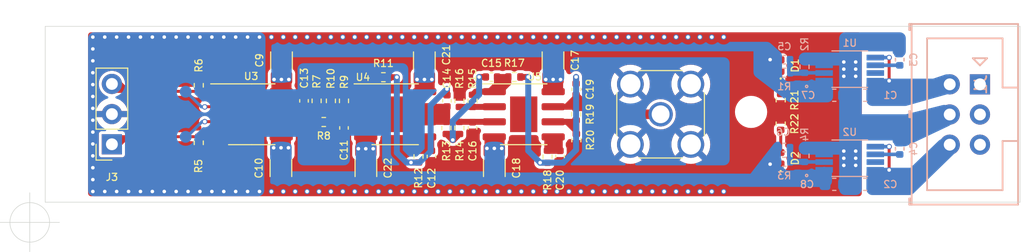
<source format=kicad_pcb>
(kicad_pcb (version 20211014) (generator pcbnew)
  (layers (0 "F.Cu" signal) (1 "In1.Cu" signal) (2 "In2.Cu" signal) (31 "B.Cu" signal) (34 "B.Paste" user) (35 "F.Paste" user) (36 "B.SilkS" user "B.Silkscreen") (37 "F.SilkS" user "F.Silkscreen") (38 "B.Mask" user) (39 "F.Mask" user) (44 "Edge.Cuts" user))
  (net 0 "")
  (net 1 "GND")
  (net 2 "+18V")
  (net 3 "-18V")
  (net 4 "Net-(C3-Pad1)")
  (net 5 "Net-(C4-Pad1)")
  (net 6 "Net-(C5-Pad2)")
  (net 7 "AVCC")
  (net 8 "Net-(C6-Pad2)")
  (net 9 "AVEE")
  (net 10 "Signal+")
  (net 11 "Signal-")
  (net 12 "SubSignal")
  (net 13 "OutSignal")
  (net 14 "Net-(C11-Pad1)")
  (net 15 "Net-(C12-Pad1)")
  (net 16 "Net-(C14-Pad2)")
  (net 17 "Net-(C14-Pad1)")
  (net 18 "Net-(C15-Pad2)")
  (net 19 "Net-(C15-Pad1)")
  (net 20 "Net-(C16-Pad1)")
  (net 21 "Net-(C19-Pad1)")
  (net 22 "Net-(C20-Pad1)")
  (net 23 "Net-(R10-Pad1)")
  (net 24 "Net-(R11-Pad1)")
  (net 25 "Net-(R15-Pad2)")
  (net 26 "Net-(R19-Pad2)")
  (net 27 "Net-(D1-Pad1)")
  (net 28 "Net-(D2-Pad2)")
  (net 29 "Net-(J5-Pad1)")
  (net 30 "Net-(J2-Pad1)")
  (footprint "Capacitor_SMD:C_1206_3216Metric" (layer "F.Cu") (at 88.15 94.96 90)
    (fp_text reference "C9")
    (fp_text value "0.1uF")
  )
  (footprint "Capacitor_SMD:C_1206_3216Metric" (layer "F.Cu") (at 88.1 104.03 90)
    (fp_text reference "C10")
    (fp_text value "0.1uF")
  )
  (footprint "Resistor_SMD:R_0402_1005Metric" (layer "F.Cu") (at 81.2 101.9 -90)
    (fp_text reference "R5")
    (fp_text value "10")
  )
  (footprint "Resistor_SMD:R_0402_1005Metric" (layer "F.Cu") (at 81.2 97.06 -90)
    (fp_text reference "R6")
    (fp_text value "10")
  )
  (footprint "Package_SO:SOIC-8_3.9x4.9mm_P1.27mm" (layer "F.Cu") (at 85.65 99.5)
    (fp_text reference "U3")
    (fp_text value "ina848")
  )
  (footprint "Connector_PinSocket_2.54mm:PinSocket_1x03_P2.54mm_Vertical" (layer "F.Cu") (at 73.9 102.025 180)
    (fp_text reference "J3")
    (fp_text value "Conn_01x03_Female")
  )
  (footprint "Connector_Coaxial:SMA_Amphenol_132134_Vertical" (layer "F.Cu") (at 120 99.5)
    (fp_text reference "J4")
    (fp_text value "Conn_01x02_Male")
  )
  (footprint "Capacitor_SMD:C_0402_1005Metric" (layer "F.Cu") (at 93.4 100.65 -90)
    (fp_text reference "C11")
    (fp_text value "47pF")
  )
  (footprint "Capacitor_SMD:C_0402_1005Metric" (layer "F.Cu") (at 100.75 103.05 -90)
    (fp_text reference "C12")
    (fp_text value "10pF")
  )
  (footprint "Capacitor_SMD:C_0402_1005Metric" (layer "F.Cu") (at 90.04 98.37 90)
    (fp_text reference "C13")
    (fp_text value "15pF")
  )
  (footprint "Capacitor_SMD:C_0402_1005Metric" (layer "F.Cu") (at 102.05 98.37 -90)
    (fp_text reference "C14")
    (fp_text value "130pF")
  )
  (footprint "Capacitor_SMD:C_0402_1005Metric" (layer "F.Cu") (at 104.2 100.65 -90)
    (fp_text reference "C16")
    (fp_text value "47pF")
  )
  (footprint "Capacitor_SMD:C_1206_3216Metric" (layer "F.Cu") (at 110.96 94.96 -90)
    (fp_text reference "C17")
    (fp_text value "0.1uF")
  )
  (footprint "Capacitor_SMD:C_1206_3216Metric" (layer "F.Cu") (at 106.03 104.03 -90)
    (fp_text reference "C18")
    (fp_text value "0.1uF")
  )
  (footprint "Capacitor_SMD:C_0402_1005Metric" (layer "F.Cu") (at 112.9 97.4 -90)
    (fp_text reference "C19")
    (fp_text value "47pF")
  )
  (footprint "Capacitor_SMD:C_0402_1005Metric" (layer "F.Cu") (at 111.55 103.05 -90)
    (fp_text reference "C20")
    (fp_text value "47pF")
  )
  (footprint "Capacitor_SMD:C_1206_3216Metric" (layer "F.Cu") (at 100.15 94.96 -90)
    (fp_text reference "C21")
    (fp_text value "0.1uF")
  )
  (footprint "Capacitor_SMD:C_1206_3216Metric" (layer "F.Cu") (at 95.24 104.03 -90)
    (fp_text reference "C22")
    (fp_text value "0.1uF")
  )
  (footprint "Resistor_SMD:R_0402_1005Metric" (layer "F.Cu") (at 91.1 98.37 90)
    (fp_text reference "R7")
    (fp_text value "10K")
  )
  (footprint "Resistor_SMD:R_0402_1005Metric" (layer "F.Cu") (at 91.7 100.15 180)
    (fp_text reference "R8")
    (fp_text value "10K")
  )
  (footprint "Resistor_SMD:R_0402_1005Metric" (layer "F.Cu") (at 93.4 98.37 -90)
    (fp_text reference "R9")
    (fp_text value "5K")
  )
  (footprint "Resistor_SMD:R_0402_1005Metric" (layer "F.Cu") (at 92.3 98.37 90)
    (fp_text reference "R10")
    (fp_text value "301R")
  )
  (footprint "Resistor_SMD:R_0402_1005Metric" (layer "F.Cu") (at 96.71 96.38)
    (fp_text reference "R11")
    (fp_text value "12.1K")
  )
  (footprint "Resistor_SMD:R_0402_1005Metric" (layer "F.Cu") (at 99.66 103.05 90)
    (fp_text reference "R12")
    (fp_text value "12.1K")
  )
  (footprint "Resistor_SMD:R_0402_1005Metric" (layer "F.Cu") (at 102 100.65 -90)
    (fp_text reference "R13")
    (fp_text value "6.34K")
  )
  (footprint "Resistor_SMD:R_0402_1005Metric" (layer "F.Cu") (at 103.1 100.65 90)
    (fp_text reference "R14")
    (fp_text value "15k")
  )
  (footprint "Resistor_SMD:R_0402_1005Metric" (layer "F.Cu") (at 104.2 98.37 -90)
    (fp_text reference "R15")
    (fp_text value "3.01k")
  )
  (footprint "Resistor_SMD:R_0402_1005Metric" (layer "F.Cu") (at 103.1 98.37 90)
    (fp_text reference "R16")
    (fp_text value "2.26k")
  )
  (footprint "Resistor_SMD:R_0402_1005Metric" (layer "F.Cu") (at 110.5 103.07 90)
    (fp_text reference "R18")
    (fp_text value "15k")
  )
  (footprint "Resistor_SMD:R_0402_1005Metric" (layer "F.Cu") (at 112.9 99.5 -90)
    (fp_text reference "R19")
    (fp_text value "1.82k")
  )
  (footprint "Resistor_SMD:R_0402_1005Metric" (layer "F.Cu") (at 112.92 101.67 -90)
    (fp_text reference "R20")
    (fp_text value "3.48k")
  )
  (footprint "Package_SO:SOIC-8-1EP_3.9x4.9mm_P1.27mm_EP2.29x3mm" (layer "F.Cu") (at 97.7 99.5)
    (fp_text reference "U4")
    (fp_text value "ADA4898-2")
  )
  (footprint "Package_SO:SOIC-8-1EP_3.9x4.9mm_P1.27mm_EP2.29x3mm" (layer "F.Cu") (at 108.5 99.5)
    (fp_text reference "U5")
    (fp_text value "ADA4898-2")
  )
  (footprint "Capacitor_SMD:C_0402_1005Metric" (layer "F.Cu") (at 105.79 96.36)
    (fp_text reference "C15")
    (fp_text value "47pF")
  )
  (footprint "Resistor_SMD:R_0402_1005Metric" (layer "F.Cu") (at 107.71 96.36)
    (fp_text reference "R17")
    (fp_text value "6.65K")
  )
  (footprint "MountingHole:MountingHole_2.2mm_M2" (layer "F.Cu") (at 70.1 93.9)
    (fp_text reference "H1" hide)
    (fp_text value "MountingHole")
  )
  (footprint "MountingHole:MountingHole_2.2mm_M2" (layer "F.Cu") (at 70.1 105.1)
    (fp_text reference "H2" hide)
    (fp_text value "MountingHole")
  )
  (footprint "MountingHole:MountingHole_2.2mm_M2" (layer "F.Cu") (at 127.6 99.5)
    (fp_text reference "H3" hide)
    (fp_text value "MountingHole")
  )
  (footprint "LED_SMD:LED_0402_1005Metric" (layer "F.Cu") (at 130.09 95.4 90)
    (fp_text reference "D1")
    (fp_text value "LED")
  )
  (footprint "LED_SMD:LED_0402_1005Metric" (layer "F.Cu") (at 130.09 103.2 90)
    (fp_text reference "D2")
    (fp_text value "LED")
  )
  (footprint "Resistor_SMD:R_0402_1005Metric" (layer "F.Cu") (at 130.09 98.305 -90)
    (fp_text reference "R21")
    (fp_text value "11K")
  )
  (footprint "Resistor_SMD:R_0402_1005Metric" (layer "F.Cu") (at 130.09 100.3 -90)
    (fp_text reference "R22")
    (fp_text value "11K")
  )
  (footprint "Capacitor_SMD:C_0603_1608Metric" (layer "B.Cu") (at 137.19 97.9 180)
    (fp_text reference "C1")
    (fp_text value "10uF")
  )
  (footprint "Capacitor_SMD:C_0603_1608Metric" (layer "B.Cu") (at 137.19 105.4 180)
    (fp_text reference "C2")
    (fp_text value "10uF")
  )
  (footprint "Capacitor_SMD:C_0402_1005Metric" (layer "B.Cu") (at 140.09 94.9 90)
    (fp_text reference "C3")
    (fp_text value "10nF")
  )
  (footprint "Capacitor_SMD:C_0402_1005Metric" (layer "B.Cu") (at 140.09 102.4 90)
    (fp_text reference "C4")
    (fp_text value "10nF")
  )
  (footprint "Capacitor_SMD:C_0402_1005Metric" (layer "B.Cu") (at 130.39 94.899999)
    (fp_text reference "C5")
    (fp_text value "10nF")
  )
  (footprint "Capacitor_SMD:C_0402_1005Metric" (layer "B.Cu") (at 130.39 102.3)
    (fp_text reference "C6")
    (fp_text value "10nF")
  )
  (footprint "Capacitor_SMD:C_0603_1608Metric" (layer "B.Cu") (at 134.59 97.9)
    (fp_text reference "C7")
    (fp_text value "10uF")
  )
  (footprint "Capacitor_SMD:C_0603_1608Metric" (layer "B.Cu") (at 134.589999 105.399999)
    (fp_text reference "C8")
    (fp_text value "10uF")
  )
  (footprint "Resistor_SMD:R_0402_1005Metric" (layer "B.Cu") (at 130.389999 96)
    (fp_text reference "R1")
    (fp_text value "100K")
  )
  (footprint "Resistor_SMD:R_0402_1005Metric" (layer "B.Cu") (at 132.09 95.500001 90)
    (fp_text reference "R2")
    (fp_text value "11K")
  )
  (footprint "Resistor_SMD:R_0402_1005Metric" (layer "B.Cu") (at 130.39 103.499999)
    (fp_text reference "R3")
    (fp_text value "101K")
  )
  (footprint "Resistor_SMD:R_0402_1005Metric" (layer "B.Cu") (at 132.090001 103 90)
    (fp_text reference "R4")
    (fp_text value "11K")
  )
  (footprint "lib:SOP65P490X110-9N" (layer "B.Cu") (at 135.89 95.7)
    (fp_text reference "U1")
    (fp_text value "TPS7A4901DGNR")
  )
  (footprint "lib:SOP65P490X110-9N" (layer "B.Cu") (at 135.89 103.2)
    (fp_text reference "U2")
    (fp_text value "TPS7A3001DGNT")
  )
  (footprint "Connector_Multicomp:Multicomp_MC9A12-1034_2x03_P2.54mm_Vertical" (layer "B.Cu") (at 145.5 99.5 -90)
    (fp_text reference "J1")
    (fp_text value "Conn_01x04")
  )
  (footprint "lib:MountingPad_1mm" (layer "B.Cu") (at 80.1 97.6 -90)
    (fp_text reference "J2" hide)
    (fp_text value "Conn_01x01_Female")
  )
  (footprint "lib:MountingPad_1mm" (layer "B.Cu") (at 80.1 101.4 -90)
    (fp_text reference "J5" hide)
    (fp_text value "Conn_01x01_Female")
  )
  (gr_line (start 150.2 106.9) (end 68.3 106.9) (layer "Edge.Cuts") (width 0.05))
  (gr_line (start 150.2 92.1) (end 68.3 92.1) (layer "Edge.Cuts") (width 0.05))
  (gr_line (start 68.3 106.9) (end 68.3 92.1) (layer "Edge.Cuts") (width 0.05))
  (gr_line (start 150.2 106.9) (end 150.2 92.1) (layer "Edge.Cuts") (width 0.05))
  (target plus (at 67 108.6) (size 5) (width 0.05) (layer "Edge.Cuts"))
  (via (at 136.390001 103.8) (size 0.45) (drill 0.3) (layers "F.Cu" "B.Cu") (net 1))
  (via (at 136.390001 102.6) (size 0.45) (drill 0.3) (layers "F.Cu" "B.Cu") (net 1))
  (via (at 135.39 103.799999) (size 0.45) (drill 0.3) (layers "F.Cu" "B.Cu") (net 1))
  (via (at 135.390001 102.6) (size 0.45) (drill 0.3) (layers "F.Cu" "B.Cu") (net 1))
  (via (at 136.390001 103.2) (size 0.45) (drill 0.3) (layers "F.Cu" "B.Cu") (net 1))
  (via (at 135.390001 103.2) (size 0.45) (drill 0.3) (layers "F.Cu" "B.Cu") (net 1))
  (via (at 73.3 106) (size 0.45) (drill 0.3) (layers "F.Cu" "B.Cu") (net 1))
  (via (at 74.3 106) (size 0.45) (drill 0.3) (layers "F.Cu" "B.Cu") (net 1))
  (via (at 75.3 106) (size 0.45) (drill 0.3) (layers "F.Cu" "B.Cu") (net 1))
  (via (at 76.3 106) (size 0.45) (drill 0.3) (layers "F.Cu" "B.Cu") (net 1))
  (via (at 77.3 106) (size 0.45) (drill 0.3) (layers "F.Cu" "B.Cu") (net 1))
  (via (at 78.3 106) (size 0.45) (drill 0.3) (layers "F.Cu" "B.Cu") (net 1))
  (via (at 79.3 106) (size 0.45) (drill 0.3) (layers "F.Cu" "B.Cu") (net 1))
  (via (at 80.3 106) (size 0.45) (drill 0.3) (layers "F.Cu" "B.Cu") (net 1))
  (via (at 81.3 106) (size 0.45) (drill 0.3) (layers "F.Cu" "B.Cu") (net 1))
  (via (at 82.3 106) (size 0.45) (drill 0.3) (layers "F.Cu" "B.Cu") (net 1))
  (via (at 83.3 106) (size 0.45) (drill 0.3) (layers "F.Cu" "B.Cu") (net 1))
  (via (at 84.3 106) (size 0.45) (drill 0.3) (layers "F.Cu" "B.Cu") (net 1))
  (via (at 85.3 106) (size 0.45) (drill 0.3) (layers "F.Cu" "B.Cu") (net 1))
  (via (at 86.3 106) (size 0.45) (drill 0.3) (layers "F.Cu" "B.Cu") (net 1))
  (via (at 87.3 106) (size 0.45) (drill 0.3) (layers "F.Cu" "B.Cu") (net 1))
  (via (at 88.3 106) (size 0.45) (drill 0.3) (layers "F.Cu" "B.Cu") (net 1))
  (via (at 89.3 106) (size 0.45) (drill 0.3) (layers "F.Cu" "B.Cu") (net 1))
  (via (at 90.3 106) (size 0.45) (drill 0.3) (layers "F.Cu" "B.Cu") (net 1))
  (via (at 91.3 106) (size 0.45) (drill 0.3) (layers "F.Cu" "B.Cu") (net 1))
  (via (at 92.3 106) (size 0.45) (drill 0.3) (layers "F.Cu" "B.Cu") (net 1))
  (via (at 93.3 106) (size 0.45) (drill 0.3) (layers "F.Cu" "B.Cu") (net 1))
  (via (at 94.3 106) (size 0.45) (drill 0.3) (layers "F.Cu" "B.Cu") (net 1))
  (via (at 95.3 106) (size 0.45) (drill 0.3) (layers "F.Cu" "B.Cu") (net 1))
  (via (at 96.3 106) (size 0.45) (drill 0.3) (layers "F.Cu" "B.Cu") (net 1))
  (via (at 97.3 106) (size 0.45) (drill 0.3) (layers "F.Cu" "B.Cu") (net 1))
  (via (at 98.3 106) (size 0.45) (drill 0.3) (layers "F.Cu" "B.Cu") (net 1))
  (via (at 99.3 106) (size 0.45) (drill 0.3) (layers "F.Cu" "B.Cu") (net 1))
  (via (at 100.3 106) (size 0.45) (drill 0.3) (layers "F.Cu" "B.Cu") (net 1))
  (via (at 101.3 106) (size 0.45) (drill 0.3) (layers "F.Cu" "B.Cu") (net 1))
  (via (at 102.3 106) (size 0.45) (drill 0.3) (layers "F.Cu" "B.Cu") (net 1))
  (via (at 103.3 106) (size 0.45) (drill 0.3) (layers "F.Cu" "B.Cu") (net 1))
  (via (at 104.3 106) (size 0.45) (drill 0.3) (layers "F.Cu" "B.Cu") (net 1))
  (via (at 105.3 106) (size 0.45) (drill 0.3) (layers "F.Cu" "B.Cu") (net 1))
  (via (at 106.3 106) (size 0.45) (drill 0.3) (layers "F.Cu" "B.Cu") (net 1))
  (via (at 107.3 106) (size 0.45) (drill 0.3) (layers "F.Cu" "B.Cu") (net 1))
  (via (at 108.3 106) (size 0.45) (drill 0.3) (layers "F.Cu" "B.Cu") (net 1))
  (via (at 109.3 106) (size 0.45) (drill 0.3) (layers "F.Cu" "B.Cu") (net 1))
  (via (at 110.3 106) (size 0.45) (drill 0.3) (layers "F.Cu" "B.Cu") (net 1))
  (via (at 111.3 106) (size 0.45) (drill 0.3) (layers "F.Cu" "B.Cu") (net 1))
  (via (at 112.3 106) (size 0.45) (drill 0.3) (layers "F.Cu" "B.Cu") (net 1))
  (via (at 113.3 106) (size 0.45) (drill 0.3) (layers "F.Cu" "B.Cu") (net 1))
  (via (at 114.3 106) (size 0.45) (drill 0.3) (layers "F.Cu" "B.Cu") (net 1))
  (via (at 115.3 106) (size 0.45) (drill 0.3) (layers "F.Cu" "B.Cu") (net 1))
  (via (at 116.3 106) (size 0.45) (drill 0.3) (layers "F.Cu" "B.Cu") (net 1))
  (via (at 117.3 106) (size 0.45) (drill 0.3) (layers "F.Cu" "B.Cu") (net 1))
  (via (at 118.3 106) (size 0.45) (drill 0.3) (layers "F.Cu" "B.Cu") (net 1))
  (via (at 119.3 106) (size 0.45) (drill 0.3) (layers "F.Cu" "B.Cu") (net 1))
  (via (at 120.3 106) (size 0.45) (drill 0.3) (layers "F.Cu" "B.Cu") (net 1))
  (via (at 121.3 106) (size 0.45) (drill 0.3) (layers "F.Cu" "B.Cu") (net 1))
  (via (at 122.3 106) (size 0.45) (drill 0.3) (layers "F.Cu" "B.Cu") (net 1))
  (via (at 125.3 106) (size 0.45) (drill 0.3) (layers "F.Cu" "B.Cu") (net 1))
  (via (at 124.3 106) (size 0.45) (drill 0.3) (layers "F.Cu" "B.Cu") (net 1))
  (via (at 123.3 106) (size 0.45) (drill 0.3) (layers "F.Cu" "B.Cu") (net 1))
  (via (at 124.3 93) (size 0.45) (drill 0.3) (layers "F.Cu" "B.Cu") (net 1))
  (via (at 123.3 93) (size 0.45) (drill 0.3) (layers "F.Cu" "B.Cu") (net 1))
  (via (at 121.3 93) (size 0.45) (drill 0.3) (layers "F.Cu" "B.Cu") (net 1))
  (via (at 122.3 93) (size 0.45) (drill 0.3) (layers "F.Cu" "B.Cu") (net 1))
  (via (at 93.3 93) (size 0.45) (drill 0.3) (layers "F.Cu" "B.Cu") (net 1))
  (via (at 79.3 93) (size 0.45) (drill 0.3) (layers "F.Cu" "B.Cu") (net 1))
  (via (at 102.3 93) (size 0.45) (drill 0.3) (layers "F.Cu" "B.Cu") (net 1))
  (via (at 86.3 93) (size 0.45) (drill 0.3) (layers "F.Cu" "B.Cu") (net 1))
  (via (at 92.3 93) (size 0.45) (drill 0.3) (layers "F.Cu" "B.Cu") (net 1))
  (via (at 105.3 93) (size 0.45) (drill 0.3) (layers "F.Cu" "B.Cu") (net 1))
  (via (at 108.3 93) (size 0.45) (drill 0.3) (layers "F.Cu" "B.Cu") (net 1))
  (via (at 74.3 93) (size 0.45) (drill 0.3) (layers "F.Cu" "B.Cu") (net 1))
  (via (at 90.3 93) (size 0.45) (drill 0.3) (layers "F.Cu" "B.Cu") (net 1))
  (via (at 110.3 93) (size 0.45) (drill 0.3) (layers "F.Cu" "B.Cu") (net 1))
  (via (at 112.3 93) (size 0.45) (drill 0.3) (layers "F.Cu" "B.Cu") (net 1))
  (via (at 113.3 93) (size 0.45) (drill 0.3) (layers "F.Cu" "B.Cu") (net 1))
  (via (at 87.3 93) (size 0.45) (drill 0.3) (layers "F.Cu" "B.Cu") (net 1))
  (via (at 80.3 93) (size 0.45) (drill 0.3) (layers "F.Cu" "B.Cu") (net 1))
  (via (at 114.3 93) (size 0.45) (drill 0.3) (layers "F.Cu" "B.Cu") (net 1))
  (via (at 91.3 93) (size 0.45) (drill 0.3) (layers "F.Cu" "B.Cu") (net 1))
  (via (at 116.3 93) (size 0.45) (drill 0.3) (layers "F.Cu" "B.Cu") (net 1))
  (via (at 85.3 93) (size 0.45) (drill 0.3) (layers "F.Cu" "B.Cu") (net 1))
  (via (at 99.3 93) (size 0.45) (drill 0.3) (layers "F.Cu" "B.Cu") (net 1))
  (via (at 88.3 93) (size 0.45) (drill 0.3) (layers "F.Cu" "B.Cu") (net 1))
  (via (at 76.3 93) (size 0.45) (drill 0.3) (layers "F.Cu" "B.Cu") (net 1))
  (via (at 100.3 93) (size 0.45) (drill 0.3) (layers "F.Cu" "B.Cu") (net 1))
  (via (at 73.3 93) (size 0.45) (drill 0.3) (layers "F.Cu" "B.Cu") (net 1))
  (via (at 72.3 93) (size 0.45) (drill 0.3) (layers "F.Cu" "B.Cu") (net 1))
  (via (at 101.3 93) (size 0.45) (drill 0.3) (layers "F.Cu" "B.Cu") (net 1))
  (via (at 84.3 93) (size 0.45) (drill 0.3) (layers "F.Cu" "B.Cu") (net 1))
  (via (at 104.3 93) (size 0.45) (drill 0.3) (layers "F.Cu" "B.Cu") (net 1))
  (via (at 77.3 93) (size 0.45) (drill 0.3) (layers "F.Cu" "B.Cu") (net 1))
  (via (at 83.3 93) (size 0.45) (drill 0.3) (layers "F.Cu" "B.Cu") (net 1))
  (via (at 96.3 93) (size 0.45) (drill 0.3) (layers "F.Cu" "B.Cu") (net 1))
  (via (at 95.3 93) (size 0.45) (drill 0.3) (layers "F.Cu" "B.Cu") (net 1))
  (via (at 109.3 93) (size 0.45) (drill 0.3) (layers "F.Cu" "B.Cu") (net 1))
  (via (at 111.3 93) (size 0.45) (drill 0.3) (layers "F.Cu" "B.Cu") (net 1))
  (via (at 115.3 93) (size 0.45) (drill 0.3) (layers "F.Cu" "B.Cu") (net 1))
  (via (at 78.3 93) (size 0.45) (drill 0.3) (layers "F.Cu" "B.Cu") (net 1))
  (via (at 117.3 93) (size 0.45) (drill 0.3) (layers "F.Cu" "B.Cu") (net 1))
  (via (at 107.3 93) (size 0.45) (drill 0.3) (layers "F.Cu" "B.Cu") (net 1))
  (via (at 118.3 93) (size 0.45) (drill 0.3) (layers "F.Cu" "B.Cu") (net 1))
  (via (at 75.3 93) (size 0.45) (drill 0.3) (layers "F.Cu" "B.Cu") (net 1))
  (via (at 81.3 93) (size 0.45) (drill 0.3) (layers "F.Cu" "B.Cu") (net 1))
  (via (at 82.3 93) (size 0.45) (drill 0.3) (layers "F.Cu" "B.Cu") (net 1))
  (via (at 89.3 93) (size 0.45) (drill 0.3) (layers "F.Cu" "B.Cu") (net 1))
  (via (at 94.3 93) (size 0.45) (drill 0.3) (layers "F.Cu" "B.Cu") (net 1))
  (via (at 97.3 93) (size 0.45) (drill 0.3) (layers "F.Cu" "B.Cu") (net 1))
  (via (at 98.3 93) (size 0.45) (drill 0.3) (layers "F.Cu" "B.Cu") (net 1))
  (via (at 103.3 93) (size 0.45) (drill 0.3) (layers "F.Cu" "B.Cu") (net 1))
  (via (at 106.3 93) (size 0.45) (drill 0.3) (layers "F.Cu" "B.Cu") (net 1))
  (via (at 120.3 93) (size 0.45) (drill 0.3) (layers "F.Cu" "B.Cu") (net 1))
  (via (at 119.3 93) (size 0.45) (drill 0.3) (layers "F.Cu" "B.Cu") (net 1))
  (via (at 72.3 94) (size 0.45) (drill 0.3) (layers "F.Cu" "B.Cu") (net 1))
  (via (at 125.3 93) (size 0.45) (drill 0.3) (layers "F.Cu" "B.Cu") (net 1))
  (via (at 72.3 97) (size 0.45) (drill 0.3) (layers "F.Cu" "B.Cu") (net 1))
  (via (at 72.3 95) (size 0.45) (drill 0.3) (layers "F.Cu" "B.Cu") (net 1))
  (via (at 72.3 96) (size 0.45) (drill 0.3) (layers "F.Cu" "B.Cu") (net 1))
  (via (at 72.3 99) (size 0.45) (drill 0.3) (layers "F.Cu" "B.Cu") (net 1))
  (via (at 72.3 98) (size 0.45) (drill 0.3) (layers "F.Cu" "B.Cu") (net 1))
  (via (at 72.3 103) (size 0.45) (drill 0.3) (layers "F.Cu" "B.Cu") (net 1))
  (via (at 72.3 101) (size 0.45) (drill 0.3) (layers "F.Cu" "B.Cu") (net 1))
  (via (at 72.3 100) (size 0.45) (drill 0.3) (layers "F.Cu" "B.Cu") (net 1))
  (via (at 72.3 102) (size 0.45) (drill 0.3) (layers "F.Cu" "B.Cu") (net 1))
  (via (at 72.3 105) (size 0.45) (drill 0.3) (layers "F.Cu" "B.Cu") (net 1))
  (via (at 72.3 104) (size 0.45) (drill 0.3) (layers "F.Cu" "B.Cu") (net 1))
  (via (at 135.390001 95.7) (size 0.45) (drill 0.3) (layers "F.Cu" "B.Cu") (net 1))
  (via (at 136.390001 96.3) (size 0.45) (drill 0.3) (layers "F.Cu" "B.Cu") (net 1))
  (via (at 136.390001 95.7) (size 0.45) (drill 0.3) (layers "F.Cu" "B.Cu") (net 1))
  (via (at 72.3 106) (size 0.45) (drill 0.3) (layers "F.Cu" "B.Cu") (net 1))
  (via (at 135.390001 96.3) (size 0.45) (drill 0.3) (layers "F.Cu" "B.Cu") (net 1))
  (via (at 136.39 95.099999) (size 0.45) (drill 0.3) (layers "F.Cu" "B.Cu") (net 1))
  (via (at 135.39 95.099999) (size 0.45) (drill 0.3) (layers "F.Cu" "B.Cu") (net 1))
  (segment (start 133.74 102.875) (end 133.74 102.225) (width 0.3) (layer "B.Cu") (net 1))
  (segment (start 133.74 95.375) (end 133.74 94.725001) (width 0.3) (layer "B.Cu") (net 1))
  (segment (start 139.2 94.72) (end 139.2 96.679999) (width 0.25) (layer "F.Cu") (net 2))
  (via (at 139.2 94.72) (size 0.45) (drill 0.3) (layers "F.Cu" "B.Cu") (net 2))
  (via (at 139.2 96.679999) (size 0.45) (drill 0.3) (layers "F.Cu" "B.Cu") (net 2))
  (segment (start 139.195 94.725) (end 139.2 94.72) (width 0.3) (layer "B.Cu") (net 2))
  (segment (start 138.040001 94.725) (end 139.195 94.725) (width 0.3) (layer "B.Cu") (net 2))
  (segment (start 139.2 102.22) (end 139.2 104.189999) (width 0.25) (layer "F.Cu") (net 3))
  (segment (start 139.2 104.189999) (end 139.199999 104.19) (width 0.25) (layer "F.Cu") (net 3))
  (via (at 139.2 102.22) (size 0.45) (drill 0.3) (layers "F.Cu" "B.Cu") (net 3))
  (via (at 139.199999 104.19) (size 0.45) (drill 0.3) (layers "F.Cu" "B.Cu") (net 3))
  (segment (start 138.040001 102.225) (end 139.195 102.225) (width 0.3) (layer "B.Cu") (net 3))
  (segment (start 139.195 102.225) (end 139.2 102.22) (width 0.3) (layer "B.Cu") (net 3))
  (segment (start 140.084999 95.375) (end 140.09 95.380001) (width 0.3) (layer "B.Cu") (net 4))
  (segment (start 138.039998 95.375) (end 140.084999 95.375) (width 0.3) (layer "B.Cu") (net 4))
  (segment (start 138.039999 102.875) (end 140.075 102.875) (width 0.3) (layer "B.Cu") (net 5))
  (segment (start 130.87 95.97) (end 130.899998 96) (width 0.5) (layer "B.Cu") (net 6))
  (segment (start 132.079998 96) (end 132.09 96.009999) (width 0.5) (layer "B.Cu") (net 6))
  (segment (start 130.869999 94.9) (end 130.87 95.97) (width 0.5) (layer "B.Cu") (net 6))
  (segment (start 133.725002 96.010001) (end 133.739999 96.024999) (width 0.3) (layer "B.Cu") (net 6))
  (segment (start 130.899998 96) (end 132.079998 96) (width 0.5) (layer "B.Cu") (net 6))
  (segment (start 132.09 96.009999) (end 133.725002 96.010001) (width 0.3) (layer "B.Cu") (net 6))
  (segment (start 110.35 96.26) (end 111.59 96.26) (width 0.5) (layer "F.Cu") (net 7))
  (segment (start 99.52 96.34) (end 100.76 96.34) (width 0.5) (layer "F.Cu") (net 7))
  (segment (start 100.76 96.65) (end 100.76 96.32) (width 0.5) (layer "F.Cu") (net 7))
  (segment (start 99.63 96.57) (end 99.63 97.535) (width 0.6) (layer "F.Cu") (net 7))
  (segment (start 88.145 96.57) (end 87.6 96.57) (width 0.6) (layer "F.Cu") (net 7))
  (segment (start 129.2 94.9) (end 130.075 94.9) (width 0.25) (layer "F.Cu") (net 7))
  (segment (start 130.075 94.9) (end 130.09 94.915) (width 0.25) (layer "F.Cu") (net 7))
  (segment (start 88.15 96.57) (end 88.15 97.535) (width 0.6) (layer "F.Cu") (net 7))
  (segment (start 110.42 96.57) (end 110.42 97.535) (width 0.6) (layer "F.Cu") (net 7))
  (segment (start 87.6 96.57) (end 87.6 97.535) (width 0.6) (layer "F.Cu") (net 7))
  (segment (start 110.97 96.57) (end 110.97 97.535) (width 0.6) (layer "F.Cu") (net 7))
  (segment (start 88.69 96.57) (end 88.69 97.535) (width 0.6) (layer "F.Cu") (net 7))
  (segment (start 111.51 96.57) (end 111.51 97.535) (width 0.6) (layer "F.Cu") (net 7))
  (segment (start 100.72 96.57) (end 100.72 97.535) (width 0.6) (layer "F.Cu") (net 7))
  (segment (start 111.59 96.57) (end 111.59 96.24) (width 0.5) (layer "F.Cu") (net 7))
  (segment (start 100.18 96.57) (end 100.18 97.535) (width 0.6) (layer "F.Cu") (net 7))
  (via (at 110.35 96.57) (size 0.45) (drill 0.3) (layers "F.Cu" "B.Cu") (net 7))
  (via (at 110.97 96.57) (size 0.45) (drill 0.3) (layers "F.Cu" "B.Cu") (net 7))
  (via (at 111.59 96.57) (size 0.45) (drill 0.3) (layers "F.Cu" "B.Cu") (net 7))
  (via (at 88.145 96.57) (size 0.45) (drill 0.3) (layers "F.Cu" "B.Cu") (net 7))
  (via (at 87.525 96.57) (size 0.45) (drill 0.3) (layers "F.Cu" "B.Cu") (net 7))
  (via (at 88.765 96.57) (size 0.45) (drill 0.3) (layers "F.Cu" "B.Cu") (net 7))
  (via (at 100.16 96.57) (size 0.45) (drill 0.3) (layers "F.Cu" "B.Cu") (net 7))
  (via (at 99.54 96.57) (size 0.45) (drill 0.3) (layers "F.Cu" "B.Cu") (net 7))
  (via (at 129.2 94.9) (size 0.45) (drill 0.3) (layers "F.Cu" "B.Cu") (net 7))
  (via (at 100.78 96.57) (size 0.45) (drill 0.3) (layers "F.Cu" "B.Cu") (net 7))
  (segment (start 133.74 97.825001) (end 133.815 97.900001) (width 0.5) (layer "B.Cu") (net 7))
  (segment (start 133.74 96.675) (end 133.74 97.825001) (width 0.5) (layer "B.Cu") (net 7))
  (segment (start 130.899998 103.500001) (end 132.079998 103.500001) (width 0.5) (layer "B.Cu") (net 8))
  (segment (start 130.87 102.3) (end 130.87 103.47) (width 0.5) (layer "B.Cu") (net 8))
  (segment (start 133.725 103.51) (end 133.739999 103.525) (width 0.3) (layer "B.Cu") (net 8))
  (segment (start 132.09 103.509999) (end 133.725 103.51) (width 0.3) (layer "B.Cu") (net 8))
  (segment (start 130.87 103.47) (end 130.899998 103.500001) (width 0.5) (layer "B.Cu") (net 8))
  (segment (start 95.849999 102.57) (end 94.61 102.57) (width 0.5) (layer "F.Cu") (net 9))
  (segment (start 94.61 102.26) (end 94.61 102.59) (width 0.5) (layer "F.Cu") (net 9))
  (segment (start 106.659999 102.59) (end 105.42 102.59) (width 0.5) (layer "F.Cu") (net 9))
  (segment (start 105.42 102.28) (end 105.42 102.61) (width 0.5) (layer "F.Cu") (net 9))
  (segment (start 87.55 101.485) (end 87.55 102.45) (width 0.6) (layer "F.Cu") (net 9))
  (segment (start 88.1 101.485) (end 88.1 102.45) (width 0.6) (layer "F.Cu") (net 9))
  (segment (start 94.69 101.485) (end 94.69 102.45) (width 0.6) (layer "F.Cu") (net 9))
  (segment (start 95.24 101.485) (end 95.24 102.45) (width 0.6) (layer "F.Cu") (net 9))
  (segment (start 106.055 101.485) (end 106.055 102.45) (width 0.6) (layer "F.Cu") (net 9))
  (segment (start 95.78 101.485) (end 95.78 102.45) (width 0.6) (layer "F.Cu") (net 9))
  (segment (start 88.64 101.485) (end 88.64 102.45) (width 0.6) (layer "F.Cu") (net 9))
  (segment (start 106.595 101.485) (end 106.595 102.45) (width 0.6) (layer "F.Cu") (net 9))
  (segment (start 129.2 103.7) (end 130.075 103.7) (width 0.25) (layer "F.Cu") (net 9))
  (segment (start 105.505 101.485) (end 105.505 102.45) (width 0.6) (layer "F.Cu") (net 9))
  (segment (start 130.075 103.7) (end 130.09 103.685) (width 0.25) (layer "F.Cu") (net 9))
  (via (at 87.49 102.32) (size 0.45) (drill 0.3) (layers "F.Cu" "B.Cu") (net 9))
  (via (at 88.11 102.32) (size 0.45) (drill 0.3) (layers "F.Cu" "B.Cu") (net 9))
  (via (at 88.73 102.32) (size 0.45) (drill 0.3) (layers "F.Cu" "B.Cu") (net 9))
  (via (at 95.23 102.4) (size 0.45) (drill 0.3) (layers "F.Cu" "B.Cu") (net 9))
  (via (at 94.61 102.4) (size 0.45) (drill 0.3) (layers "F.Cu" "B.Cu") (net 9))
  (via (at 95.85 102.4) (size 0.45) (drill 0.3) (layers "F.Cu" "B.Cu") (net 9))
  (via (at 106.03 102.37) (size 0.45) (drill 0.3) (layers "F.Cu" "B.Cu") (net 9))
  (via (at 105.41 102.37) (size 0.45) (drill 0.3) (layers "F.Cu" "B.Cu") (net 9))
  (via (at 106.65 102.37) (size 0.45) (drill 0.3) (layers "F.Cu" "B.Cu") (net 9))
  (via (at 129.2 103.7) (size 0.45) (drill 0.3) (layers "F.Cu" "B.Cu") (net 9))
  (segment (start 133.814999 104.249999) (end 133.74 104.175) (width 0.5) (layer "B.Cu") (net 9))
  (segment (start 133.814999 105.399999) (end 133.814999 104.249999) (width 0.5) (layer "B.Cu") (net 9))
  (segment (start 74.655 102.005) (end 75.27 101.39) (width 0.25) (layer "F.Cu") (net 10))
  (segment (start 74.4 102.020001) (end 75.015 101.405001) (width 0.25) (layer "F.Cu") (net 10))
  (segment (start 81.2 101.39) (end 74.535 101.39) (width 0.25) (layer "F.Cu") (net 10))
  (segment (start 74.535 101.39) (end 73.9 102.025) (width 0.25) (layer "F.Cu") (net 10))
  (segment (start 81.215 101.405) (end 81.2 101.39) (width 0.25) (layer "F.Cu") (net 10))
  (segment (start 83.175 101.405) (end 81.215 101.405) (width 0.25) (layer "F.Cu") (net 10))
  (segment (start 75.6 97.57) (end 73.65 97.57) (width 0.25) (layer "F.Cu") (net 11))
  (segment (start 75.1 97.54) (end 74.485 96.925) (width 0.25) (layer "F.Cu") (net 11))
  (segment (start 75.29 97.53) (end 74.675 96.915) (width 0.25) (layer "F.Cu") (net 11))
  (segment (start 81.225 97.595) (end 81.2 97.57) (width 0.25) (layer "F.Cu") (net 11))
  (segment (start 81.2 97.57) (end 74.525 97.57) (width 0.25) (layer "F.Cu") (net 11))
  (segment (start 83.175 97.595) (end 81.225 97.595) (width 0.25) (layer "F.Cu") (net 11))
  (segment (start 74.195 96.945) (end 73.9 96.945) (width 0.25) (layer "F.Cu") (net 11))
  (segment (start 74.81 97.56) (end 74.195 96.945) (width 0.25) (layer "F.Cu") (net 11))
  (segment (start 74.525 97.57) (end 73.9 96.945) (width 0.25) (layer "F.Cu") (net 11))
  (segment (start 91.1 100.06) (end 91.19 100.15) (width 0.5) (layer "F.Cu") (net 12))
  (segment (start 88.125 98.865) (end 91.085 98.865) (width 0.5) (layer "F.Cu") (net 12))
  (segment (start 91.085 98.865) (end 91.1 98.88) (width 0.5) (layer "F.Cu") (net 12))
  (segment (start 91.1 98.88) (end 91.1 100.06) (width 0.5) (layer "F.Cu") (net 12))
  (segment (start 112.1 98.85) (end 112.884889 98.065111) (width 0.5) (layer "F.Cu") (net 13))
  (segment (start 112.94 98.82) (end 113.82 98.82) (width 0.5) (layer "F.Cu") (net 13))
  (segment (start 113.652254 98.612254) (end 113.03 97.99) (width 0.5) (layer "F.Cu") (net 13))
  (segment (start 113.92 98.89) (end 113.297746 98.267746) (width 0.5) (layer "F.Cu") (net 13))
  (segment (start 113.54 98.87) (end 112.917746 98.247746) (width 0.5) (layer "F.Cu") (net 13))
  (segment (start 112.9 98.99) (end 112.91 98.98) (width 0.5) (layer "F.Cu") (net 13))
  (segment (start 112.91 98.98) (end 113.79 98.98) (width 0.5) (layer "F.Cu") (net 13))
  (segment (start 114.31 99.5) (end 120 99.5) (width 0.8) (layer "F.Cu") (net 13))
  (segment (start 112.775 98.865) (end 112.9 98.99) (width 0.5) (layer "F.Cu") (net 13))
  (segment (start 110.975 98.865) (end 112.775 98.865) (width 0.5) (layer "F.Cu") (net 13))
  (segment (start 112.9 97.88) (end 112.9 98.99) (width 0.5) (layer "F.Cu") (net 13))
  (segment (start 113.79 98.98) (end 114.31 99.5) (width 0.8) (layer "F.Cu") (net 13))
  (segment (start 92.21 100.15) (end 95.21 100.15) (width 0.5) (layer "F.Cu") (net 14))
  (segment (start 95.21 100.15) (end 95.225 100.135) (width 0.5) (layer "F.Cu") (net 14))
  (segment (start 99.68 102.5) (end 99.68 101.44) (width 0.5) (layer "F.Cu") (net 15))
  (segment (start 100.73 102.55) (end 100.73 101.49) (width 0.5) (layer "F.Cu") (net 15))
  (segment (start 100.43 102.5) (end 100.43 101.44) (width 0.5) (layer "F.Cu") (net 15))
  (segment (start 100.08 102.5) (end 100.08 101.44) (width 0.5) (layer "F.Cu") (net 15))
  (segment (start 99.69 102.59) (end 100.75 102.59) (width 0.5) (layer "F.Cu") (net 15))
  (segment (start 99.45 98.95) (end 99.45 100.049999) (width 0.5) (layer "F.Cu") (net 16))
  (segment (start 102.07 98.96) (end 102.07 100.059999) (width 0.5) (layer "F.Cu") (net 16))
  (segment (start 99.97 99.24) (end 101.83 99.24) (width 0.5) (layer "F.Cu") (net 16))
  (segment (start 99.95 99.71) (end 101.81 99.71) (width 0.5) (layer "F.Cu") (net 16))
  (segment (start 99.7 98.96) (end 99.7 100.059999) (width 0.5) (layer "F.Cu") (net 16))
  (segment (start 100.175 100.135) (end 101.995 100.135) (width 0.5) (layer "F.Cu") (net 16))
  (segment (start 102.035 98.865) (end 102.05 98.85) (width 0.5) (layer "F.Cu") (net 16))
  (segment (start 100.175 98.865) (end 102.035 98.865) (width 0.5) (layer "F.Cu") (net 16))
  (segment (start 101.995 100.135) (end 102 100.14) (width 0.5) (layer "F.Cu") (net 16))
  (segment (start 97.220004 96.379996) (end 97.22 96.38) (width 0.5) (layer "F.Cu") (net 17))
  (segment (start 102.05 97.37) (end 102.05 97.89) (width 0.5) (layer "F.Cu") (net 17))
  (segment (start 97.84 96.379996) (end 97.220004 96.379996) (width 0.5) (layer "F.Cu") (net 17))
  (segment (start 99.66 103.56) (end 99.03 103.56) (width 0.5) (layer "F.Cu") (net 17))
  (via (at 99.03 103.56) (size 0.45) (drill 0.3) (layers "F.Cu" "B.Cu") (net 17))
  (via (at 97.84 96.379996) (size 0.45) (drill 0.3) (layers "F.Cu" "B.Cu") (net 17))
  (via (at 102.05 97.37) (size 0.45) (drill 0.3) (layers "F.Cu" "B.Cu") (net 17))
  (segment (start 100.68 98.74) (end 100.68 102.62) (width 0.5) (layer "B.Cu") (net 17))
  (segment (start 100.68 102.62) (end 99.74 103.56) (width 0.5) (layer "B.Cu") (net 17))
  (segment (start 99.03 103.56) (end 98.66 103.56) (width 0.5) (layer "B.Cu") (net 17))
  (segment (start 102.05 97.37) (end 100.68 98.74) (width 0.5) (layer "B.Cu") (net 17))
  (segment (start 97.84 102.74) (end 97.84 96.379996) (width 0.5) (layer "B.Cu") (net 17))
  (segment (start 98.66 103.56) (end 97.84 102.74) (width 0.5) (layer "B.Cu") (net 17))
  (segment (start 99.74 103.56) (end 99.03 103.56) (width 0.5) (layer "B.Cu") (net 17))
  (segment (start 106.25 97.46) (end 106.25 96.53) (width 0.5) (layer "F.Cu") (net 18))
  (segment (start 106.63 97.37) (end 106.63 96.44) (width 0.5) (layer "F.Cu") (net 18))
  (segment (start 107.13 96.52) (end 106.415 97.235) (width 0.5) (layer "F.Cu") (net 18))
  (segment (start 106.32 96.9) (end 105.605 97.615) (width 0.5) (layer "F.Cu") (net 18))
  (segment (start 106.485 97.595) (end 106.025 97.595) (width 0.5) (layer "F.Cu") (net 18))
  (segment (start 107.2 96.36) (end 107.2 96.88) (width 0.5) (layer "F.Cu") (net 18))
  (segment (start 104.465 97.595) (end 104.2 97.86) (width 0.5) (layer "F.Cu") (net 18))
  (segment (start 107.2 96.88) (end 106.485 97.595) (width 0.5) (layer "F.Cu") (net 18))
  (segment (start 106.27 96.36) (end 107.2 96.36) (width 0.5) (layer "F.Cu") (net 18))
  (segment (start 106.025 97.595) (end 104.465 97.595) (width 0.5) (layer "F.Cu") (net 18))
  (segment (start 103.1 101.16) (end 102 101.16) (width 0.5) (layer "F.Cu") (net 19))
  (segment (start 102.54 101.66) (end 102.6 101.66) (width 0.5) (layer "F.Cu") (net 19))
  (segment (start 102.54 101.66) (end 102.5 101.66) (width 0.5) (layer "F.Cu") (net 19))
  (segment (start 102.6 101.66) (end 103.1 101.16) (width 0.5) (layer "F.Cu") (net 19))
  (segment (start 104.75 96.36) (end 105.31 96.36) (width 0.5) (layer "F.Cu") (net 19))
  (segment (start 102.5 101.66) (end 102 101.16) (width 0.5) (layer "F.Cu") (net 19))
  (via (at 104.75 96.36) (size 0.45) (drill 0.3) (layers "F.Cu" "B.Cu") (net 19))
  (via (at 102.54 101.66) (size 0.45) (drill 0.3) (layers "F.Cu" "B.Cu") (net 19))
  (segment (start 104.75 97.855) (end 102.54 100.065) (width 0.5) (layer "B.Cu") (net 19))
  (segment (start 102.54 100.065) (end 102.54 101.66) (width 0.5) (layer "B.Cu") (net 19))
  (segment (start 104.75 96.36) (end 104.75 97.855) (width 0.5) (layer "B.Cu") (net 19))
  (segment (start 106.025 100.135) (end 103.105 100.135) (width 0.5) (layer "F.Cu") (net 20))
  (segment (start 103.105 100.135) (end 103.1 100.14) (width 0.5) (layer "F.Cu") (net 20))
  (segment (start 109.89 103.58) (end 109.88 103.57) (width 0.5) (layer "F.Cu") (net 21))
  (segment (start 112.9 96.36) (end 112.9 96.92) (width 0.5) (layer "F.Cu") (net 21))
  (segment (start 110.5 103.58) (end 109.89 103.58) (width 0.5) (layer "F.Cu") (net 21))
  (segment (start 108.88 96.36) (end 108.22 96.36) (width 0.5) (layer "F.Cu") (net 21))
  (via (at 109.88 103.57) (size 0.45) (drill 0.3) (layers "F.Cu" "B.Cu") (net 21))
  (via (at 112.9 96.36) (size 0.45) (drill 0.3) (layers "F.Cu" "B.Cu") (net 21))
  (via (at 108.88 96.36) (size 0.45) (drill 0.3) (layers "F.Cu" "B.Cu") (net 21))
  (segment (start 108.88 102.57) (end 108.88 96.36) (width 0.5) (layer "B.Cu") (net 21))
  (segment (start 112.9 96.36) (end 112.9 102.5) (width 0.5) (layer "B.Cu") (net 21))
  (segment (start 111.83 103.57) (end 109.88 103.57) (width 0.5) (layer "B.Cu") (net 21))
  (segment (start 112.9 102.5) (end 111.83 103.57) (width 0.5) (layer "B.Cu") (net 21))
  (segment (start 109.88 103.57) (end 108.88 102.57) (width 0.5) (layer "B.Cu") (net 21))
  (segment (start 110.49 102.55) (end 111.55 102.55) (width 0.5) (layer "F.Cu") (net 22))
  (segment (start 110.88 102.46) (end 110.88 101.4) (width 0.5) (layer "F.Cu") (net 22))
  (segment (start 111.53 102.51) (end 111.53 101.45) (width 0.5) (layer "F.Cu") (net 22))
  (segment (start 111.23 102.46) (end 111.23 101.4) (width 0.5) (layer "F.Cu") (net 22))
  (segment (start 110.48 102.46) (end 110.48 101.4) (width 0.5) (layer "F.Cu") (net 22))
  (segment (start 111.56 102.58) (end 110.46 102.58) (width 0.5) (layer "F.Cu") (net 22))
  (segment (start 92.315 98.865) (end 92.3 98.88) (width 0.5) (layer "F.Cu") (net 23))
  (segment (start 95.225 98.865) (end 92.315 98.865) (width 0.5) (layer "F.Cu") (net 23))
  (segment (start 96.2 96.38) (end 96.2 97.05) (width 0.5) (layer "F.Cu") (net 24))
  (segment (start 96.2 97.05) (end 95.655 97.595) (width 0.5) (layer "F.Cu") (net 24))
  (segment (start 93.665 97.595) (end 93.4 97.86) (width 0.5) (layer "F.Cu") (net 24))
  (segment (start 95.225 97.595) (end 93.665 97.595) (width 0.5) (layer "F.Cu") (net 24))
  (segment (start 95.655 97.595) (end 95.225 97.595) (width 0.5) (layer "F.Cu") (net 24))
  (segment (start 103.1 98.88) (end 106.01 98.88) (width 0.5) (layer "F.Cu") (net 25))
  (segment (start 106.01 98.88) (end 106.025 98.865) (width 0.5) (layer "F.Cu") (net 25))
  (segment (start 112.92 100.92) (end 112.135111 100.135111) (width 0.5) (layer "F.Cu") (net 26))
  (segment (start 112.92 100.03) (end 112.9 100.01) (width 0.5) (layer "F.Cu") (net 26))
  (segment (start 112.775 100.135) (end 112.9 100.01) (width 0.5) (layer "F.Cu") (net 26))
  (segment (start 112.92 101.16) (end 112.92 100.03) (width 0.5) (layer "F.Cu") (net 26))
  (segment (start 110.975 100.135) (end 112.775 100.135) (width 0.5) (layer "F.Cu") (net 26))
  (segment (start 130.1 95.885) (end 130.1 97.795) (width 0.25) (layer "F.Cu") (net 27))
  (segment (start 130.09 102.715) (end 130.09 100.81) (width 0.25) (layer "F.Cu") (net 28))
  (segment (start 83.16 100.12) (end 83.175 100.135) (width 0.25) (layer "F.Cu") (net 29))
  (segment (start 81.7 100.12) (end 83.16 100.12) (width 0.25) (layer "F.Cu") (net 29))
  (via (at 81.7 100.12) (size 0.45) (drill 0.3) (layers "F.Cu" "B.Cu") (net 29))
  (segment (start 81.48 100.12) (end 80.2 101.4) (width 0.25) (layer "B.Cu") (net 29))
  (segment (start 80.2 101.4) (end 80.1 101.4) (width 0.25) (layer "B.Cu") (net 29))
  (segment (start 81.7 100.12) (end 81.48 100.12) (width 0.25) (layer "B.Cu") (net 29))
  (segment (start 83.175 98.865) (end 81.715 98.865) (width 0.25) (layer "F.Cu") (net 30))
  (via (at 81.7 98.88) (size 0.45) (drill 0.3) (layers "F.Cu" "B.Cu") (net 30))
  (segment (start 81.7 98.88) (end 81.42 98.88) (width 0.25) (layer "B.Cu") (net 30))
  (segment (start 81.42 98.88) (end 80.04 97.5) (width 0.25) (layer "B.Cu") (net 30))
  (zone (net 1) (net_name "GND") (layer "F.Cu") (connect_pads thru_hole_only (clearance 0.25)) (min_thickness 0.5) (fill yes (thermal_gap 0.508) (thermal_bridge_width 0.508) (smoothing fillet))
    (polygon (pts (xy 136.9 106.4) (xy 71.9 106.4) (xy 71.9 92.6) (xy 136.9 92.6)))
  )
  (zone (net 3) (net_name "-18V") (layer "B.Cu") (connect_pads yes (clearance 0.25)) (min_thickness 0.254) (fill yes (thermal_gap 0.508) (thermal_bridge_width 0.508) (smoothing fillet) (radius 0.5))
    (polygon (pts (xy 141.1 106.3) (xy 145 102.5) (xy 143.7 101.4) (xy 140.996251 104.000001) (xy 137.29 104) (xy 137.289999 106.300001)))
  )
  (zone (net 9) (net_name "AVEE") (layer "B.Cu") (connect_pads yes (clearance 0.4)) (min_thickness 0.254) (fill yes (thermal_gap 0.508) (thermal_bridge_width 0.508) (smoothing fillet) (radius 0.5))
    (polygon (pts (xy 134.4 105.625) (xy 134.4 103.931692) (xy 130.1 103.9) (xy 130.1 101.8) (xy 129.65 101.8) (xy 127.55 104.5) (xy 109.2 104.4) (xy 109.2 105.575)))
  )
  (zone (net 7) (net_name "AVCC") (layer "B.Cu") (connect_pads thru_hole_only (clearance 0.4)) (min_thickness 0.3) (fill yes (thermal_gap 0.508) (thermal_bridge_width 0.508) (smoothing fillet) (radius 1))
    (polygon (pts (xy 115 94.2) (xy 111.9 94.2) (xy 111.9 96.8) (xy 111.2 96.85) (xy 110.75 96.85) (xy 110.1 96.8) (xy 110.1 94.7) (xy 101 94.7) (xy 101 96.8) (xy 100.425 96.85) (xy 99.925 96.85) (xy 99.3 96.8) (xy 99.3 94.7) (xy 89.01476 94.7) (xy 89.00241 96.750014) (xy 88.35 96.85) (xy 87.95 96.85) (xy 87.3 96.8) (xy 87.3 92.6) (xy 115 92.6)))
  )
  (zone (net 2) (net_name "+18V") (layer "B.Cu") (connect_pads yes (clearance 0.25)) (min_thickness 0.254) (fill yes (thermal_gap 0.508) (thermal_bridge_width 0.508) (smoothing fillet) (radius 0.5))
    (polygon (pts (xy 140.6 98.8) (xy 144.75 97.625) (xy 144.45 95.975) (xy 142.9 96.500003) (xy 137.29 96.5) (xy 137.29 98.799999)))
  )
  (zone (net 1) (net_name "GND") (layer "B.Cu") (connect_pads thru_hole_only (clearance 0.25)) (min_thickness 0.2) (fill yes (thermal_gap 0.508) (thermal_bridge_width 0.508) (smoothing fillet) (radius 0.5))
    (polygon (pts (xy 125.8 103.8) (xy 107.4 103.8) (xy 107.4 101.4) (xy 104.7 101.4) (xy 104.7 103.8) (xy 96.6 103.8) (xy 96.6 101.3) (xy 93.9 101.3) (xy 93.9 103.8) (xy 89.5 103.8) (xy 89.5 101.4) (xy 86.7 101.4) (xy 86.7 106.4) (xy 71.9 106.4) (xy 71.9 92.6) (xy 86.8 92.6) (xy 86.8 97.4) (xy 89.5 97.4) (xy 89.5 95.2) (xy 98.8 95.2) (xy 98.8 97.4) (xy 101.5 97.4) (xy 101.5 95.2) (xy 109.6 95.2) (xy 109.6 97.4) (xy 112.4 97.4) (xy 112.4 94.7) (xy 125.8 94.7)))
  )
  (zone (net 1) (net_name "GND") (layer "B.Cu") (connect_pads yes (clearance 0.25)) (min_thickness 0.4) (fill yes (thermal_gap 0.508) (thermal_bridge_width 0.508) (smoothing fillet) (radius 0.5))
    (polygon (pts (xy 140.6 94.7) (xy 139.5 94.7) (xy 139.5 94.200001) (xy 136.9 94.2) (xy 136.9 99.5) (xy 140.600001 99.501806) (xy 144.2 98.6) (xy 144.6 100.3) (xy 140.6 102.198195) (xy 139.5 102.2) (xy 139.5 101.700001) (xy 136.9 101.7) (xy 136.9 106.3) (xy 135 106.3) (xy 135 102.9) (xy 131.6 102.9) (xy 131.6 101.8) (xy 135 101.8) (xy 135 95.4) (xy 131.6 95.4) (xy 131.6 94.3) (xy 135 94.3) (xy 135 92.6) (xy 140.6 92.6)))
  )
  (zone (net 9) (net_name "AVEE") (layer "B.Cu") (connect_pads thru_hole_only (clearance 0.4)) (min_thickness 0.3) (fill yes (thermal_gap 0.508) (thermal_bridge_width 0.508) (smoothing fillet) (radius 1))
    (polygon (pts (xy 89 104.3) (xy 94.4 104.3) (xy 94.4 101.9) (xy 95 101.8) (xy 95.5 101.8) (xy 96.1 101.9) (xy 96.1 104.3) (xy 105.2 104.3) (xy 105.2 101.9) (xy 105.8 101.8) (xy 106.2 101.8) (xy 106.9 101.9) (xy 106.9 104.4) (xy 110.5 104.4) (xy 110.5 106.4) (xy 87.2 106.4) (xy 87.2 101.9) (xy 87.9 101.8) (xy 88.3 101.8) (xy 89 101.9)))
  )
  (zone (net 7) (net_name "AVCC") (layer "B.Cu") (connect_pads yes (clearance 0.4)) (min_thickness 0.254) (fill yes (thermal_gap 0.508) (thermal_bridge_width 0.508) (smoothing fillet) (radius 0.5))
    (polygon (pts (xy 127.8 94.2) (xy 127.8 96.2) (xy 130.8 98.5) (xy 134.49 98.5) (xy 134.49 96.439999) (xy 130.2 96.412115) (xy 130.2 94.387885) (xy 129.1 93.4) (xy 113.7 93.4) (xy 113.6975 94.2)))
  )
)
</source>
